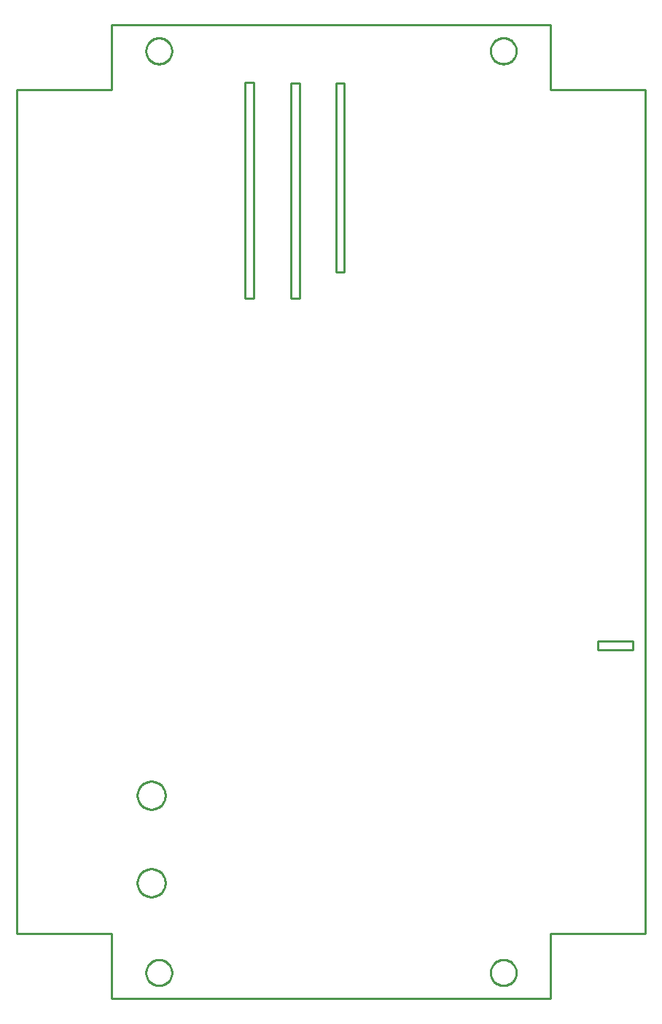
<source format=gko>
G04 EAGLE Gerber RS-274X export*
G75*
%MOMM*%
%FSLAX34Y34*%
%LPD*%
%IN*%
%IPPOS*%
%AMOC8*
5,1,8,0,0,1.08239X$1,22.5*%
G01*
%ADD10C,0.254000*%


D10*
X0Y110000D02*
X110000Y110000D01*
X110000Y35000D01*
X620000Y35000D01*
X620000Y110000D01*
X730000Y110000D01*
X730000Y1090000D01*
X620000Y1090000D01*
X620000Y1165000D01*
X110000Y1165000D01*
X110000Y1090000D01*
X0Y1090000D01*
X0Y110000D01*
X675000Y440000D02*
X715000Y440000D01*
X715000Y450000D01*
X675000Y450000D01*
X675000Y440000D01*
X370950Y878290D02*
X379680Y878290D01*
X379680Y1097540D01*
X370950Y1097540D01*
X370950Y878290D01*
X264920Y847540D02*
X274920Y847540D01*
X274920Y1098810D01*
X264920Y1098810D01*
X264920Y847540D01*
X318570Y847810D02*
X328570Y847810D01*
X328570Y1097540D01*
X318570Y1097540D01*
X318570Y847810D01*
X180000Y64464D02*
X179924Y63396D01*
X179771Y62335D01*
X179543Y61288D01*
X179241Y60260D01*
X178867Y59256D01*
X178422Y58281D01*
X177908Y57341D01*
X177329Y56440D01*
X176687Y55582D01*
X175985Y54772D01*
X175228Y54015D01*
X174418Y53313D01*
X173560Y52671D01*
X172659Y52092D01*
X171719Y51578D01*
X170744Y51133D01*
X169740Y50759D01*
X168712Y50457D01*
X167665Y50229D01*
X166604Y50076D01*
X165536Y50000D01*
X164464Y50000D01*
X163396Y50076D01*
X162335Y50229D01*
X161288Y50457D01*
X160260Y50759D01*
X159256Y51133D01*
X158281Y51578D01*
X157341Y52092D01*
X156440Y52671D01*
X155582Y53313D01*
X154772Y54015D01*
X154015Y54772D01*
X153313Y55582D01*
X152671Y56440D01*
X152092Y57341D01*
X151578Y58281D01*
X151133Y59256D01*
X150759Y60260D01*
X150457Y61288D01*
X150229Y62335D01*
X150076Y63396D01*
X150000Y64464D01*
X150000Y65536D01*
X150076Y66604D01*
X150229Y67665D01*
X150457Y68712D01*
X150759Y69740D01*
X151133Y70744D01*
X151578Y71719D01*
X152092Y72659D01*
X152671Y73560D01*
X153313Y74418D01*
X154015Y75228D01*
X154772Y75985D01*
X155582Y76687D01*
X156440Y77329D01*
X157341Y77908D01*
X158281Y78422D01*
X159256Y78867D01*
X160260Y79241D01*
X161288Y79543D01*
X162335Y79771D01*
X163396Y79924D01*
X164464Y80000D01*
X165536Y80000D01*
X166604Y79924D01*
X167665Y79771D01*
X168712Y79543D01*
X169740Y79241D01*
X170744Y78867D01*
X171719Y78422D01*
X172659Y77908D01*
X173560Y77329D01*
X174418Y76687D01*
X175228Y75985D01*
X175985Y75228D01*
X176687Y74418D01*
X177329Y73560D01*
X177908Y72659D01*
X178422Y71719D01*
X178867Y70744D01*
X179241Y69740D01*
X179543Y68712D01*
X179771Y67665D01*
X179924Y66604D01*
X180000Y65536D01*
X180000Y64464D01*
X180000Y1134464D02*
X179924Y1133396D01*
X179771Y1132335D01*
X179543Y1131288D01*
X179241Y1130260D01*
X178867Y1129256D01*
X178422Y1128281D01*
X177908Y1127341D01*
X177329Y1126440D01*
X176687Y1125582D01*
X175985Y1124772D01*
X175228Y1124015D01*
X174418Y1123313D01*
X173560Y1122671D01*
X172659Y1122092D01*
X171719Y1121578D01*
X170744Y1121133D01*
X169740Y1120759D01*
X168712Y1120457D01*
X167665Y1120229D01*
X166604Y1120076D01*
X165536Y1120000D01*
X164464Y1120000D01*
X163396Y1120076D01*
X162335Y1120229D01*
X161288Y1120457D01*
X160260Y1120759D01*
X159256Y1121133D01*
X158281Y1121578D01*
X157341Y1122092D01*
X156440Y1122671D01*
X155582Y1123313D01*
X154772Y1124015D01*
X154015Y1124772D01*
X153313Y1125582D01*
X152671Y1126440D01*
X152092Y1127341D01*
X151578Y1128281D01*
X151133Y1129256D01*
X150759Y1130260D01*
X150457Y1131288D01*
X150229Y1132335D01*
X150076Y1133396D01*
X150000Y1134464D01*
X150000Y1135536D01*
X150076Y1136604D01*
X150229Y1137665D01*
X150457Y1138712D01*
X150759Y1139740D01*
X151133Y1140744D01*
X151578Y1141719D01*
X152092Y1142659D01*
X152671Y1143560D01*
X153313Y1144418D01*
X154015Y1145228D01*
X154772Y1145985D01*
X155582Y1146687D01*
X156440Y1147329D01*
X157341Y1147908D01*
X158281Y1148422D01*
X159256Y1148867D01*
X160260Y1149241D01*
X161288Y1149543D01*
X162335Y1149771D01*
X163396Y1149924D01*
X164464Y1150000D01*
X165536Y1150000D01*
X166604Y1149924D01*
X167665Y1149771D01*
X168712Y1149543D01*
X169740Y1149241D01*
X170744Y1148867D01*
X171719Y1148422D01*
X172659Y1147908D01*
X173560Y1147329D01*
X174418Y1146687D01*
X175228Y1145985D01*
X175985Y1145228D01*
X176687Y1144418D01*
X177329Y1143560D01*
X177908Y1142659D01*
X178422Y1141719D01*
X178867Y1140744D01*
X179241Y1139740D01*
X179543Y1138712D01*
X179771Y1137665D01*
X179924Y1136604D01*
X180000Y1135536D01*
X180000Y1134464D01*
X580000Y64464D02*
X579924Y63396D01*
X579771Y62335D01*
X579543Y61288D01*
X579241Y60260D01*
X578867Y59256D01*
X578422Y58281D01*
X577908Y57341D01*
X577329Y56440D01*
X576687Y55582D01*
X575985Y54772D01*
X575228Y54015D01*
X574418Y53313D01*
X573560Y52671D01*
X572659Y52092D01*
X571719Y51578D01*
X570744Y51133D01*
X569740Y50759D01*
X568712Y50457D01*
X567665Y50229D01*
X566604Y50076D01*
X565536Y50000D01*
X564464Y50000D01*
X563396Y50076D01*
X562335Y50229D01*
X561288Y50457D01*
X560260Y50759D01*
X559256Y51133D01*
X558281Y51578D01*
X557341Y52092D01*
X556440Y52671D01*
X555582Y53313D01*
X554772Y54015D01*
X554015Y54772D01*
X553313Y55582D01*
X552671Y56440D01*
X552092Y57341D01*
X551578Y58281D01*
X551133Y59256D01*
X550759Y60260D01*
X550457Y61288D01*
X550229Y62335D01*
X550076Y63396D01*
X550000Y64464D01*
X550000Y65536D01*
X550076Y66604D01*
X550229Y67665D01*
X550457Y68712D01*
X550759Y69740D01*
X551133Y70744D01*
X551578Y71719D01*
X552092Y72659D01*
X552671Y73560D01*
X553313Y74418D01*
X554015Y75228D01*
X554772Y75985D01*
X555582Y76687D01*
X556440Y77329D01*
X557341Y77908D01*
X558281Y78422D01*
X559256Y78867D01*
X560260Y79241D01*
X561288Y79543D01*
X562335Y79771D01*
X563396Y79924D01*
X564464Y80000D01*
X565536Y80000D01*
X566604Y79924D01*
X567665Y79771D01*
X568712Y79543D01*
X569740Y79241D01*
X570744Y78867D01*
X571719Y78422D01*
X572659Y77908D01*
X573560Y77329D01*
X574418Y76687D01*
X575228Y75985D01*
X575985Y75228D01*
X576687Y74418D01*
X577329Y73560D01*
X577908Y72659D01*
X578422Y71719D01*
X578867Y70744D01*
X579241Y69740D01*
X579543Y68712D01*
X579771Y67665D01*
X579924Y66604D01*
X580000Y65536D01*
X580000Y64464D01*
X580000Y1134464D02*
X579924Y1133396D01*
X579771Y1132335D01*
X579543Y1131288D01*
X579241Y1130260D01*
X578867Y1129256D01*
X578422Y1128281D01*
X577908Y1127341D01*
X577329Y1126440D01*
X576687Y1125582D01*
X575985Y1124772D01*
X575228Y1124015D01*
X574418Y1123313D01*
X573560Y1122671D01*
X572659Y1122092D01*
X571719Y1121578D01*
X570744Y1121133D01*
X569740Y1120759D01*
X568712Y1120457D01*
X567665Y1120229D01*
X566604Y1120076D01*
X565536Y1120000D01*
X564464Y1120000D01*
X563396Y1120076D01*
X562335Y1120229D01*
X561288Y1120457D01*
X560260Y1120759D01*
X559256Y1121133D01*
X558281Y1121578D01*
X557341Y1122092D01*
X556440Y1122671D01*
X555582Y1123313D01*
X554772Y1124015D01*
X554015Y1124772D01*
X553313Y1125582D01*
X552671Y1126440D01*
X552092Y1127341D01*
X551578Y1128281D01*
X551133Y1129256D01*
X550759Y1130260D01*
X550457Y1131288D01*
X550229Y1132335D01*
X550076Y1133396D01*
X550000Y1134464D01*
X550000Y1135536D01*
X550076Y1136604D01*
X550229Y1137665D01*
X550457Y1138712D01*
X550759Y1139740D01*
X551133Y1140744D01*
X551578Y1141719D01*
X552092Y1142659D01*
X552671Y1143560D01*
X553313Y1144418D01*
X554015Y1145228D01*
X554772Y1145985D01*
X555582Y1146687D01*
X556440Y1147329D01*
X557341Y1147908D01*
X558281Y1148422D01*
X559256Y1148867D01*
X560260Y1149241D01*
X561288Y1149543D01*
X562335Y1149771D01*
X563396Y1149924D01*
X564464Y1150000D01*
X565536Y1150000D01*
X566604Y1149924D01*
X567665Y1149771D01*
X568712Y1149543D01*
X569740Y1149241D01*
X570744Y1148867D01*
X571719Y1148422D01*
X572659Y1147908D01*
X573560Y1147329D01*
X574418Y1146687D01*
X575228Y1145985D01*
X575985Y1145228D01*
X576687Y1144418D01*
X577329Y1143560D01*
X577908Y1142659D01*
X578422Y1141719D01*
X578867Y1140744D01*
X579241Y1139740D01*
X579543Y1138712D01*
X579771Y1137665D01*
X579924Y1136604D01*
X580000Y1135536D01*
X580000Y1134464D01*
X155588Y254584D02*
X154526Y254654D01*
X153471Y254793D01*
X152427Y255000D01*
X151399Y255276D01*
X150391Y255618D01*
X149407Y256025D01*
X148453Y256496D01*
X147531Y257028D01*
X146646Y257619D01*
X145802Y258267D01*
X145002Y258969D01*
X144249Y259722D01*
X143547Y260522D01*
X142899Y261366D01*
X142308Y262251D01*
X141776Y263173D01*
X141305Y264127D01*
X140898Y265111D01*
X140556Y266119D01*
X140280Y267147D01*
X140073Y268191D01*
X139934Y269246D01*
X139864Y270308D01*
X139864Y271372D01*
X139934Y272434D01*
X140073Y273489D01*
X140280Y274533D01*
X140556Y275561D01*
X140898Y276569D01*
X141305Y277553D01*
X141776Y278507D01*
X142308Y279429D01*
X142899Y280314D01*
X143547Y281158D01*
X144249Y281958D01*
X145002Y282711D01*
X145802Y283413D01*
X146646Y284061D01*
X147531Y284652D01*
X148453Y285184D01*
X149407Y285655D01*
X150391Y286062D01*
X151399Y286404D01*
X152427Y286680D01*
X153471Y286887D01*
X154526Y287026D01*
X155588Y287096D01*
X156652Y287096D01*
X157714Y287026D01*
X158769Y286887D01*
X159813Y286680D01*
X160841Y286404D01*
X161849Y286062D01*
X162833Y285655D01*
X163787Y285184D01*
X164709Y284652D01*
X165594Y284061D01*
X166438Y283413D01*
X167238Y282711D01*
X167991Y281958D01*
X168693Y281158D01*
X169341Y280314D01*
X169932Y279429D01*
X170464Y278507D01*
X170935Y277553D01*
X171342Y276569D01*
X171684Y275561D01*
X171960Y274533D01*
X172167Y273489D01*
X172306Y272434D01*
X172376Y271372D01*
X172376Y270308D01*
X172306Y269246D01*
X172167Y268191D01*
X171960Y267147D01*
X171684Y266119D01*
X171342Y265111D01*
X170935Y264127D01*
X170464Y263173D01*
X169932Y262251D01*
X169341Y261366D01*
X168693Y260522D01*
X167991Y259722D01*
X167238Y258969D01*
X166438Y258267D01*
X165594Y257619D01*
X164709Y257028D01*
X163787Y256496D01*
X162833Y256025D01*
X161849Y255618D01*
X160841Y255276D01*
X159813Y255000D01*
X158769Y254793D01*
X157714Y254654D01*
X156652Y254584D01*
X155588Y254584D01*
X155588Y152984D02*
X154526Y153054D01*
X153471Y153193D01*
X152427Y153400D01*
X151399Y153676D01*
X150391Y154018D01*
X149407Y154425D01*
X148453Y154896D01*
X147531Y155428D01*
X146646Y156019D01*
X145802Y156667D01*
X145002Y157369D01*
X144249Y158122D01*
X143547Y158922D01*
X142899Y159766D01*
X142308Y160651D01*
X141776Y161573D01*
X141305Y162527D01*
X140898Y163511D01*
X140556Y164519D01*
X140280Y165547D01*
X140073Y166591D01*
X139934Y167646D01*
X139864Y168708D01*
X139864Y169772D01*
X139934Y170834D01*
X140073Y171889D01*
X140280Y172933D01*
X140556Y173961D01*
X140898Y174969D01*
X141305Y175953D01*
X141776Y176907D01*
X142308Y177829D01*
X142899Y178714D01*
X143547Y179558D01*
X144249Y180358D01*
X145002Y181111D01*
X145802Y181813D01*
X146646Y182461D01*
X147531Y183052D01*
X148453Y183584D01*
X149407Y184055D01*
X150391Y184462D01*
X151399Y184804D01*
X152427Y185080D01*
X153471Y185287D01*
X154526Y185426D01*
X155588Y185496D01*
X156652Y185496D01*
X157714Y185426D01*
X158769Y185287D01*
X159813Y185080D01*
X160841Y184804D01*
X161849Y184462D01*
X162833Y184055D01*
X163787Y183584D01*
X164709Y183052D01*
X165594Y182461D01*
X166438Y181813D01*
X167238Y181111D01*
X167991Y180358D01*
X168693Y179558D01*
X169341Y178714D01*
X169932Y177829D01*
X170464Y176907D01*
X170935Y175953D01*
X171342Y174969D01*
X171684Y173961D01*
X171960Y172933D01*
X172167Y171889D01*
X172306Y170834D01*
X172376Y169772D01*
X172376Y168708D01*
X172306Y167646D01*
X172167Y166591D01*
X171960Y165547D01*
X171684Y164519D01*
X171342Y163511D01*
X170935Y162527D01*
X170464Y161573D01*
X169932Y160651D01*
X169341Y159766D01*
X168693Y158922D01*
X167991Y158122D01*
X167238Y157369D01*
X166438Y156667D01*
X165594Y156019D01*
X164709Y155428D01*
X163787Y154896D01*
X162833Y154425D01*
X161849Y154018D01*
X160841Y153676D01*
X159813Y153400D01*
X158769Y153193D01*
X157714Y153054D01*
X156652Y152984D01*
X155588Y152984D01*
M02*

</source>
